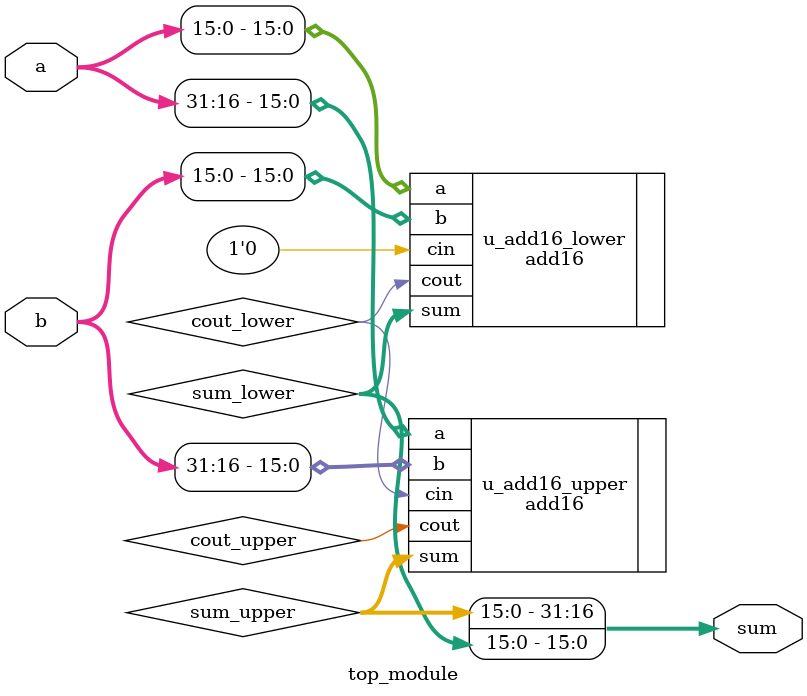
<source format=v>
module top_module(
    input [31:0] a,
    input [31:0] b,
    output [31:0] sum
);

    wire [15:0] sum_lower;
    wire cout_lower;
    wire [15:0] sum_upper;
    wire cout_upper;
    
    // First 16-bit adder (lower 16 bits)
    add16 u_add16_lower (
        .a(a[15:0]), 
        .b(b[15:0]), 
        .cin(1'b0), 
        .sum(sum_lower), 
        .cout(cout_lower)
    );
    
    // Second 16-bit adder (upper 16 bits), with carry-in from first adder
    add16 u_add16_upper (
        .a(a[31:16]), 
        .b(b[31:16]), 
        .cin(cout_lower), 
        .sum(sum_upper), 
        .cout(cout_upper)
    );
    
    // Concatenate the lower and upper sums to form the 32-bit sum
    assign sum = {sum_upper, sum_lower};

endmodule
</source>
